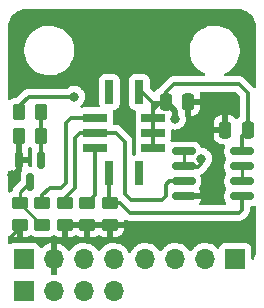
<source format=gbr>
%TF.GenerationSoftware,KiCad,Pcbnew,(6.0.0)*%
%TF.CreationDate,2022-05-15T17:50:44-05:00*%
%TF.ProjectId,MiCS_Sensor,4d694353-5f53-4656-9e73-6f722e6b6963,rev?*%
%TF.SameCoordinates,Original*%
%TF.FileFunction,Copper,L1,Top*%
%TF.FilePolarity,Positive*%
%FSLAX46Y46*%
G04 Gerber Fmt 4.6, Leading zero omitted, Abs format (unit mm)*
G04 Created by KiCad (PCBNEW (6.0.0)) date 2022-05-15 17:50:44*
%MOMM*%
%LPD*%
G01*
G04 APERTURE LIST*
G04 Aperture macros list*
%AMRoundRect*
0 Rectangle with rounded corners*
0 $1 Rounding radius*
0 $2 $3 $4 $5 $6 $7 $8 $9 X,Y pos of 4 corners*
0 Add a 4 corners polygon primitive as box body*
4,1,4,$2,$3,$4,$5,$6,$7,$8,$9,$2,$3,0*
0 Add four circle primitives for the rounded corners*
1,1,$1+$1,$2,$3*
1,1,$1+$1,$4,$5*
1,1,$1+$1,$6,$7*
1,1,$1+$1,$8,$9*
0 Add four rect primitives between the rounded corners*
20,1,$1+$1,$2,$3,$4,$5,0*
20,1,$1+$1,$4,$5,$6,$7,0*
20,1,$1+$1,$6,$7,$8,$9,0*
20,1,$1+$1,$8,$9,$2,$3,0*%
G04 Aperture macros list end*
%TA.AperFunction,SMDPad,CuDef*%
%ADD10RoundRect,0.150000X-0.150000X0.587500X-0.150000X-0.587500X0.150000X-0.587500X0.150000X0.587500X0*%
%TD*%
%TA.AperFunction,SMDPad,CuDef*%
%ADD11RoundRect,0.250000X-0.450000X0.262500X-0.450000X-0.262500X0.450000X-0.262500X0.450000X0.262500X0*%
%TD*%
%TA.AperFunction,SMDPad,CuDef*%
%ADD12RoundRect,0.250000X0.250000X0.475000X-0.250000X0.475000X-0.250000X-0.475000X0.250000X-0.475000X0*%
%TD*%
%TA.AperFunction,SMDPad,CuDef*%
%ADD13RoundRect,0.250000X-0.262500X-0.450000X0.262500X-0.450000X0.262500X0.450000X-0.262500X0.450000X0*%
%TD*%
%TA.AperFunction,SMDPad,CuDef*%
%ADD14RoundRect,0.250000X-0.250000X-0.475000X0.250000X-0.475000X0.250000X0.475000X-0.250000X0.475000X0*%
%TD*%
%TA.AperFunction,SMDPad,CuDef*%
%ADD15R,2.000000X0.700000*%
%TD*%
%TA.AperFunction,SMDPad,CuDef*%
%ADD16R,0.700000X2.000000*%
%TD*%
%TA.AperFunction,SMDPad,CuDef*%
%ADD17RoundRect,0.150000X-0.825000X-0.150000X0.825000X-0.150000X0.825000X0.150000X-0.825000X0.150000X0*%
%TD*%
%TA.AperFunction,ComponentPad*%
%ADD18R,1.700000X1.700000*%
%TD*%
%TA.AperFunction,ComponentPad*%
%ADD19O,1.700000X1.700000*%
%TD*%
%TA.AperFunction,ViaPad*%
%ADD20C,0.800000*%
%TD*%
%TA.AperFunction,Conductor*%
%ADD21C,0.300000*%
%TD*%
%TA.AperFunction,Conductor*%
%ADD22C,0.250000*%
%TD*%
%TA.AperFunction,Conductor*%
%ADD23C,0.500000*%
%TD*%
G04 APERTURE END LIST*
D10*
%TO.P,Q1,1,G*%
%TO.N,Net-(Q1-Pad1)*%
X150321900Y-81254300D03*
%TO.P,Q1,2,S*%
%TO.N,GND*%
X148421900Y-81254300D03*
%TO.P,Q1,3,D*%
%TO.N,Net-(Q1-Pad3)*%
X149371900Y-83129300D03*
%TD*%
D11*
%TO.P,R4,1*%
%TO.N,/NO2*%
X152320000Y-84937500D03*
%TO.P,R4,2*%
%TO.N,GND*%
X152320000Y-86762500D03*
%TD*%
D12*
%TO.P,C2,1*%
%TO.N,+3V3*%
X167810000Y-78710000D03*
%TO.P,C2,2*%
%TO.N,GND*%
X165910000Y-78710000D03*
%TD*%
D13*
%TO.P,R7,1*%
%TO.N,GND*%
X148457500Y-79220000D03*
%TO.P,R7,2*%
%TO.N,Net-(Q1-Pad1)*%
X150282500Y-79220000D03*
%TD*%
D14*
%TO.P,C1,1*%
%TO.N,+3V3*%
X160870000Y-76330000D03*
%TO.P,C1,2*%
%TO.N,GND*%
X162770000Y-76330000D03*
%TD*%
D11*
%TO.P,R5,1*%
%TO.N,Net-(R5-Pad1)*%
X154220000Y-84937500D03*
%TO.P,R5,2*%
%TO.N,GND*%
X154220000Y-86762500D03*
%TD*%
D15*
%TO.P,U1,A,RH1_OX*%
%TO.N,Net-(R1-Pad1)*%
X154910000Y-77680000D03*
%TO.P,U1,B,RS1_OX*%
%TO.N,/NO2*%
X154910000Y-78950000D03*
%TO.P,U1,C,RH1_RED*%
%TO.N,Net-(R5-Pad1)*%
X154910000Y-80220000D03*
D16*
%TO.P,U1,D,RS1_RED*%
%TO.N,/CO2*%
X156090000Y-82400000D03*
%TO.P,U1,E*%
%TO.N,N/C*%
X158630000Y-82400000D03*
D15*
%TO.P,U1,F,RH2_RED*%
%TO.N,+3V3*%
X159810000Y-80220000D03*
%TO.P,U1,G,RS2_RED*%
X159810000Y-78950000D03*
%TO.P,U1,H,RH2_OX*%
X159810000Y-77680000D03*
D16*
%TO.P,U1,J,RS2_OX*%
X158630000Y-75500000D03*
%TO.P,U1,K*%
%TO.N,N/C*%
X156090000Y-75500000D03*
%TD*%
D11*
%TO.P,R1,1*%
%TO.N,Net-(R1-Pad1)*%
X150420000Y-84937500D03*
%TO.P,R1,2*%
%TO.N,Net-(Q1-Pad3)*%
X150420000Y-86762500D03*
%TD*%
D17*
%TO.P,U2,1*%
%TO.N,/AIN*%
X162365000Y-80535000D03*
%TO.P,U2,2,-*%
X162365000Y-81805000D03*
%TO.P,U2,3,+*%
%TO.N,/NO2*%
X162365000Y-83075000D03*
%TO.P,U2,4,V-*%
%TO.N,GND*%
X162365000Y-84345000D03*
%TO.P,U2,5,+*%
%TO.N,/CO2*%
X167315000Y-84345000D03*
%TO.P,U2,6,-*%
%TO.N,/ADC_RED*%
X167315000Y-83075000D03*
%TO.P,U2,7*%
X167315000Y-81805000D03*
%TO.P,U2,8,V+*%
%TO.N,+3V3*%
X167315000Y-80535000D03*
%TD*%
D13*
%TO.P,R2,1*%
%TO.N,/IO1*%
X148435900Y-77238800D03*
%TO.P,R2,2*%
%TO.N,Net-(Q1-Pad1)*%
X150260900Y-77238800D03*
%TD*%
D11*
%TO.P,R6,1*%
%TO.N,/CO2*%
X156120000Y-84937500D03*
%TO.P,R6,2*%
%TO.N,GND*%
X156120000Y-86762500D03*
%TD*%
%TO.P,R3,1*%
%TO.N,Net-(Q1-Pad3)*%
X148510000Y-84937500D03*
%TO.P,R3,2*%
%TO.N,GND*%
X148510000Y-86762500D03*
%TD*%
D18*
%TO.P,J3,1,Pin_1*%
%TO.N,/BOOT*%
X148844000Y-89662000D03*
D19*
%TO.P,J3,2,Pin_2*%
%TO.N,GND*%
X151384000Y-89662000D03*
%TO.P,J3,3,Pin_3*%
%TO.N,/TX*%
X153924000Y-89662000D03*
%TO.P,J3,4,Pin_4*%
%TO.N,/RX*%
X156464000Y-89662000D03*
%TD*%
D18*
%TO.P,J2,1,Pin_1*%
%TO.N,+3V3*%
X148844000Y-92330000D03*
D19*
%TO.P,J2,2,Pin_2*%
%TO.N,GND*%
X151384000Y-92330000D03*
%TO.P,J2,3,Pin_3*%
%TO.N,/SCL*%
X153924000Y-92330000D03*
%TO.P,J2,4,Pin_4*%
%TO.N,/SDA*%
X156464000Y-92330000D03*
%TD*%
D18*
%TO.P,J1,1,Pin_1*%
%TO.N,+BATT*%
X166751000Y-89662000D03*
D19*
%TO.P,J1,2,Pin_2*%
%TO.N,/IO2*%
X164211000Y-89662000D03*
%TO.P,J1,3,Pin_3*%
%TO.N,/IO1*%
X161671000Y-89662000D03*
%TO.P,J1,4,Pin_4*%
%TO.N,/AIN*%
X159131000Y-89662000D03*
%TD*%
D20*
%TO.N,GND*%
X159000000Y-72000000D03*
X164950000Y-87050000D03*
X158000000Y-72000000D03*
X167100000Y-87050000D03*
X157950000Y-87100000D03*
X164950000Y-84420000D03*
X156000000Y-72000000D03*
X147820000Y-82570000D03*
X157000000Y-72000000D03*
%TO.N,+3V3*%
X161650000Y-77780000D03*
%TO.N,/AIN*%
X163850000Y-81150000D03*
%TO.N,/IO1*%
X153100000Y-75900000D03*
%TD*%
D21*
%TO.N,Net-(Q1-Pad1)*%
X150260900Y-81193300D02*
X150321900Y-81254300D01*
X150260900Y-77238800D02*
X150260900Y-81193300D01*
%TO.N,GND*%
X148457500Y-79220000D02*
X148457500Y-81218700D01*
X148457500Y-81218700D02*
X148421900Y-81254300D01*
X157992500Y-86762500D02*
X158050000Y-86820000D01*
X164875000Y-84345000D02*
X164950000Y-84420000D01*
X148421900Y-81254300D02*
X148421900Y-81968100D01*
X162365000Y-84345000D02*
X164875000Y-84345000D01*
X148510000Y-86762500D02*
X148510000Y-87070000D01*
X148421900Y-81968100D02*
X147820000Y-82570000D01*
X148510000Y-87070000D02*
X147700000Y-87880000D01*
X152320000Y-86762500D02*
X157992500Y-86762500D01*
X152320000Y-86762500D02*
X156120000Y-86762500D01*
D22*
%TO.N,Net-(Q1-Pad3)*%
X148510000Y-84937500D02*
X148510000Y-83991200D01*
X150420000Y-86762500D02*
X150335000Y-86762500D01*
X148510000Y-83991200D02*
X149371900Y-83129300D01*
X150335000Y-86762500D02*
X148510000Y-84937500D01*
D21*
%TO.N,Net-(R1-Pad1)*%
X150420000Y-84230000D02*
X151040000Y-83610000D01*
X151950000Y-83610000D02*
X152380000Y-83180000D01*
X152380000Y-78150000D02*
X152850000Y-77680000D01*
X151040000Y-83610000D02*
X151950000Y-83610000D01*
X150420000Y-84937500D02*
X150420000Y-84230000D01*
X152850000Y-77680000D02*
X154910000Y-77680000D01*
X152380000Y-83180000D02*
X152380000Y-78150000D01*
%TO.N,/NO2*%
X161165000Y-83075000D02*
X162365000Y-83075000D01*
X156610000Y-78950000D02*
X157380000Y-79720000D01*
X157900000Y-84650000D02*
X160550000Y-84650000D01*
X157380000Y-84130000D02*
X157900000Y-84650000D01*
X153140000Y-83660000D02*
X153140000Y-79370000D01*
X160870000Y-84330000D02*
X160870000Y-83370000D01*
X160550000Y-84650000D02*
X160870000Y-84330000D01*
X154910000Y-78950000D02*
X156610000Y-78950000D01*
X153560000Y-78950000D02*
X154910000Y-78950000D01*
X153140000Y-79370000D02*
X153560000Y-78950000D01*
X160870000Y-83370000D02*
X161165000Y-83075000D01*
X152320000Y-84480000D02*
X153140000Y-83660000D01*
X152320000Y-84937500D02*
X152320000Y-84480000D01*
X157380000Y-79720000D02*
X157380000Y-84130000D01*
%TO.N,Net-(R5-Pad1)*%
X154220000Y-84937500D02*
X154910000Y-84247500D01*
X154910000Y-84247500D02*
X154910000Y-80220000D01*
%TO.N,/CO2*%
X156120000Y-84937500D02*
X157027500Y-84937500D01*
X157850000Y-85760000D02*
X167060000Y-85760000D01*
X167315000Y-85505000D02*
X167315000Y-84345000D01*
X156090000Y-82400000D02*
X156090000Y-84907500D01*
X167060000Y-85760000D02*
X167315000Y-85505000D01*
X157027500Y-84937500D02*
X157850000Y-85760000D01*
X156090000Y-84907500D02*
X156120000Y-84937500D01*
%TO.N,+3V3*%
X159810000Y-76470000D02*
X159810000Y-76420000D01*
X160190000Y-76590000D02*
X160190000Y-76470000D01*
X167315000Y-80075000D02*
X167315000Y-80535000D01*
X167020000Y-74830000D02*
X161570000Y-74830000D01*
D23*
X161650000Y-77780000D02*
X161650000Y-77110000D01*
D21*
X159810000Y-76420000D02*
X158890000Y-75500000D01*
X167810000Y-78710000D02*
X167810000Y-75620000D01*
X158890000Y-75500000D02*
X158630000Y-75500000D01*
X167810000Y-75620000D02*
X167020000Y-74830000D01*
X160730000Y-76470000D02*
X160870000Y-76330000D01*
X167315000Y-80075000D02*
X167315000Y-79205000D01*
X160870000Y-75530000D02*
X161570000Y-74830000D01*
X160870000Y-76330000D02*
X160870000Y-75530000D01*
X159810000Y-76970000D02*
X159810000Y-76470000D01*
X167315000Y-79205000D02*
X167810000Y-78710000D01*
X159810000Y-80220000D02*
X159810000Y-77680000D01*
X160190000Y-76470000D02*
X160730000Y-76470000D01*
X159810000Y-77680000D02*
X159810000Y-76970000D01*
X159810000Y-76470000D02*
X160190000Y-76470000D01*
D23*
X161650000Y-77110000D02*
X160870000Y-76330000D01*
D21*
X159810000Y-76970000D02*
X160190000Y-76590000D01*
D22*
%TO.N,/ADC_RED*%
X167315000Y-81805000D02*
X167315000Y-83075000D01*
%TO.N,/AIN*%
X162365000Y-80535000D02*
X162365000Y-81805000D01*
D21*
X162460000Y-81900000D02*
X162365000Y-81805000D01*
X163850000Y-81150000D02*
X163850000Y-81600000D01*
X163550000Y-81900000D02*
X162460000Y-81900000D01*
X163850000Y-81600000D02*
X163550000Y-81900000D01*
%TO.N,/IO1*%
X149250000Y-75900000D02*
X153100000Y-75900000D01*
X148435900Y-77238800D02*
X148435900Y-76714100D01*
X148435900Y-76714100D02*
X149250000Y-75900000D01*
X148400000Y-77202900D02*
X148435900Y-77238800D01*
%TD*%
%TA.AperFunction,Conductor*%
%TO.N,GND*%
G36*
X168401844Y-85125485D02*
G01*
X168461460Y-85164039D01*
X168490768Y-85228704D01*
X168492000Y-85246279D01*
X168492000Y-88950672D01*
X168490500Y-88970057D01*
X168488267Y-88984401D01*
X168486814Y-88993730D01*
X168487978Y-89002632D01*
X168487978Y-89002634D01*
X168488805Y-89008959D01*
X168489548Y-89034287D01*
X168477457Y-89203343D01*
X168474899Y-89221137D01*
X168433480Y-89411538D01*
X168428414Y-89428788D01*
X168360318Y-89611358D01*
X168352853Y-89627707D01*
X168352314Y-89628695D01*
X168346089Y-89640095D01*
X168295887Y-89690298D01*
X168226513Y-89705390D01*
X168159993Y-89680580D01*
X168117445Y-89623745D01*
X168109500Y-89579711D01*
X168109500Y-88763866D01*
X168102745Y-88701684D01*
X168051615Y-88565295D01*
X167964261Y-88448739D01*
X167847705Y-88361385D01*
X167711316Y-88310255D01*
X167649134Y-88303500D01*
X165852866Y-88303500D01*
X165790684Y-88310255D01*
X165654295Y-88361385D01*
X165537739Y-88448739D01*
X165450385Y-88565295D01*
X165447233Y-88573703D01*
X165405919Y-88683907D01*
X165363277Y-88740671D01*
X165296716Y-88765371D01*
X165227367Y-88750163D01*
X165194743Y-88724476D01*
X165144151Y-88668875D01*
X165144142Y-88668866D01*
X165140670Y-88665051D01*
X165136619Y-88661852D01*
X165136615Y-88661848D01*
X164969414Y-88529800D01*
X164969410Y-88529798D01*
X164965359Y-88526598D01*
X164929028Y-88506542D01*
X164913136Y-88497769D01*
X164769789Y-88418638D01*
X164764920Y-88416914D01*
X164764916Y-88416912D01*
X164564087Y-88345795D01*
X164564083Y-88345794D01*
X164559212Y-88344069D01*
X164554119Y-88343162D01*
X164554116Y-88343161D01*
X164344373Y-88305800D01*
X164344367Y-88305799D01*
X164339284Y-88304894D01*
X164265452Y-88303992D01*
X164121081Y-88302228D01*
X164121079Y-88302228D01*
X164115911Y-88302165D01*
X163895091Y-88335955D01*
X163682756Y-88405357D01*
X163484607Y-88508507D01*
X163480474Y-88511610D01*
X163480471Y-88511612D01*
X163310100Y-88639530D01*
X163305965Y-88642635D01*
X163280541Y-88669240D01*
X163212280Y-88740671D01*
X163151629Y-88804138D01*
X163044201Y-88961621D01*
X162989293Y-89006621D01*
X162918768Y-89014792D01*
X162855021Y-88983538D01*
X162834324Y-88959054D01*
X162753822Y-88834617D01*
X162753820Y-88834614D01*
X162751014Y-88830277D01*
X162600670Y-88665051D01*
X162596619Y-88661852D01*
X162596615Y-88661848D01*
X162429414Y-88529800D01*
X162429410Y-88529798D01*
X162425359Y-88526598D01*
X162389028Y-88506542D01*
X162373136Y-88497769D01*
X162229789Y-88418638D01*
X162224920Y-88416914D01*
X162224916Y-88416912D01*
X162024087Y-88345795D01*
X162024083Y-88345794D01*
X162019212Y-88344069D01*
X162014119Y-88343162D01*
X162014116Y-88343161D01*
X161804373Y-88305800D01*
X161804367Y-88305799D01*
X161799284Y-88304894D01*
X161725452Y-88303992D01*
X161581081Y-88302228D01*
X161581079Y-88302228D01*
X161575911Y-88302165D01*
X161355091Y-88335955D01*
X161142756Y-88405357D01*
X160944607Y-88508507D01*
X160940474Y-88511610D01*
X160940471Y-88511612D01*
X160770100Y-88639530D01*
X160765965Y-88642635D01*
X160740541Y-88669240D01*
X160672280Y-88740671D01*
X160611629Y-88804138D01*
X160504201Y-88961621D01*
X160449293Y-89006621D01*
X160378768Y-89014792D01*
X160315021Y-88983538D01*
X160294324Y-88959054D01*
X160213822Y-88834617D01*
X160213820Y-88834614D01*
X160211014Y-88830277D01*
X160060670Y-88665051D01*
X160056619Y-88661852D01*
X160056615Y-88661848D01*
X159889414Y-88529800D01*
X159889410Y-88529798D01*
X159885359Y-88526598D01*
X159849028Y-88506542D01*
X159833136Y-88497769D01*
X159689789Y-88418638D01*
X159684920Y-88416914D01*
X159684916Y-88416912D01*
X159484087Y-88345795D01*
X159484083Y-88345794D01*
X159479212Y-88344069D01*
X159474119Y-88343162D01*
X159474116Y-88343161D01*
X159264373Y-88305800D01*
X159264367Y-88305799D01*
X159259284Y-88304894D01*
X159185452Y-88303992D01*
X159041081Y-88302228D01*
X159041079Y-88302228D01*
X159035911Y-88302165D01*
X158815091Y-88335955D01*
X158602756Y-88405357D01*
X158404607Y-88508507D01*
X158400474Y-88511610D01*
X158400471Y-88511612D01*
X158230100Y-88639530D01*
X158225965Y-88642635D01*
X158200541Y-88669240D01*
X158132280Y-88740671D01*
X158071629Y-88804138D01*
X157945743Y-88988680D01*
X157943565Y-88993373D01*
X157943560Y-88993381D01*
X157912463Y-89060374D01*
X157865639Y-89113741D01*
X157797396Y-89133321D01*
X157729400Y-89112897D01*
X157682628Y-89057567D01*
X157665354Y-89017840D01*
X157544014Y-88830277D01*
X157393670Y-88665051D01*
X157389619Y-88661852D01*
X157389615Y-88661848D01*
X157222414Y-88529800D01*
X157222410Y-88529798D01*
X157218359Y-88526598D01*
X157182028Y-88506542D01*
X157166136Y-88497769D01*
X157022789Y-88418638D01*
X157017920Y-88416914D01*
X157017916Y-88416912D01*
X156817087Y-88345795D01*
X156817083Y-88345794D01*
X156812212Y-88344069D01*
X156807119Y-88343162D01*
X156807116Y-88343161D01*
X156597373Y-88305800D01*
X156597367Y-88305799D01*
X156592284Y-88304894D01*
X156518452Y-88303992D01*
X156374081Y-88302228D01*
X156374079Y-88302228D01*
X156368911Y-88302165D01*
X156148091Y-88335955D01*
X155935756Y-88405357D01*
X155737607Y-88508507D01*
X155733474Y-88511610D01*
X155733471Y-88511612D01*
X155563100Y-88639530D01*
X155558965Y-88642635D01*
X155533541Y-88669240D01*
X155465280Y-88740671D01*
X155404629Y-88804138D01*
X155297201Y-88961621D01*
X155242293Y-89006621D01*
X155171768Y-89014792D01*
X155108021Y-88983538D01*
X155087324Y-88959054D01*
X155006822Y-88834617D01*
X155006820Y-88834614D01*
X155004014Y-88830277D01*
X154853670Y-88665051D01*
X154849619Y-88661852D01*
X154849615Y-88661848D01*
X154682414Y-88529800D01*
X154682410Y-88529798D01*
X154678359Y-88526598D01*
X154642028Y-88506542D01*
X154626136Y-88497769D01*
X154482789Y-88418638D01*
X154477920Y-88416914D01*
X154477916Y-88416912D01*
X154277087Y-88345795D01*
X154277083Y-88345794D01*
X154272212Y-88344069D01*
X154267119Y-88343162D01*
X154267116Y-88343161D01*
X154057373Y-88305800D01*
X154057367Y-88305799D01*
X154052284Y-88304894D01*
X153978452Y-88303992D01*
X153834081Y-88302228D01*
X153834079Y-88302228D01*
X153828911Y-88302165D01*
X153608091Y-88335955D01*
X153395756Y-88405357D01*
X153197607Y-88508507D01*
X153193474Y-88511610D01*
X153193471Y-88511612D01*
X153023100Y-88639530D01*
X153018965Y-88642635D01*
X152993541Y-88669240D01*
X152925280Y-88740671D01*
X152864629Y-88804138D01*
X152757204Y-88961618D01*
X152756898Y-88962066D01*
X152701987Y-89007069D01*
X152631462Y-89015240D01*
X152567715Y-88983986D01*
X152547018Y-88959502D01*
X152466426Y-88834926D01*
X152460136Y-88826757D01*
X152316806Y-88669240D01*
X152309273Y-88662215D01*
X152142139Y-88530222D01*
X152133552Y-88524517D01*
X151947117Y-88421599D01*
X151937705Y-88417369D01*
X151736959Y-88346280D01*
X151726988Y-88343646D01*
X151655837Y-88330972D01*
X151642540Y-88332432D01*
X151638000Y-88346989D01*
X151638000Y-91000000D01*
X151130000Y-91000000D01*
X151130000Y-88345102D01*
X151126082Y-88331758D01*
X151111806Y-88329771D01*
X151073324Y-88335660D01*
X151063288Y-88338051D01*
X150860868Y-88404212D01*
X150851359Y-88408209D01*
X150662463Y-88506542D01*
X150653738Y-88512036D01*
X150483433Y-88639905D01*
X150475726Y-88646748D01*
X150398478Y-88727584D01*
X150336954Y-88763014D01*
X150266042Y-88759557D01*
X150208255Y-88718311D01*
X150189402Y-88684763D01*
X150147767Y-88573703D01*
X150144615Y-88565295D01*
X150057261Y-88448739D01*
X149940705Y-88361385D01*
X149804316Y-88310255D01*
X149742134Y-88303500D01*
X147945866Y-88303500D01*
X147883684Y-88310255D01*
X147747295Y-88361385D01*
X147740110Y-88366770D01*
X147740108Y-88366771D01*
X147709565Y-88389662D01*
X147643058Y-88414510D01*
X147573676Y-88399457D01*
X147523446Y-88349283D01*
X147508000Y-88288836D01*
X147508000Y-87800890D01*
X147528002Y-87732769D01*
X147581658Y-87686276D01*
X147651932Y-87676172D01*
X147700115Y-87693630D01*
X147731238Y-87712814D01*
X147744424Y-87718963D01*
X147898710Y-87770138D01*
X147912086Y-87773005D01*
X148006438Y-87782672D01*
X148012854Y-87783000D01*
X148237885Y-87783000D01*
X148253124Y-87778525D01*
X148254329Y-87777135D01*
X148256000Y-87769452D01*
X148256000Y-86634500D01*
X148276002Y-86566379D01*
X148329658Y-86519886D01*
X148382000Y-86508500D01*
X148638000Y-86508500D01*
X148706121Y-86528502D01*
X148752614Y-86582158D01*
X148764000Y-86634500D01*
X148764000Y-87764884D01*
X148768475Y-87780123D01*
X148769865Y-87781328D01*
X148777548Y-87782999D01*
X149007095Y-87782999D01*
X149013614Y-87782662D01*
X149109206Y-87772743D01*
X149122600Y-87769851D01*
X149276784Y-87718412D01*
X149289962Y-87712239D01*
X149398141Y-87645295D01*
X149466593Y-87626457D01*
X149530560Y-87645179D01*
X149641032Y-87713275D01*
X149647262Y-87717115D01*
X149694458Y-87732769D01*
X149808611Y-87770632D01*
X149808613Y-87770632D01*
X149815139Y-87772797D01*
X149821975Y-87773497D01*
X149821978Y-87773498D01*
X149865031Y-87777909D01*
X149919600Y-87783500D01*
X150920400Y-87783500D01*
X150923646Y-87783163D01*
X150923650Y-87783163D01*
X151019308Y-87773238D01*
X151019312Y-87773237D01*
X151026166Y-87772526D01*
X151032702Y-87770345D01*
X151032704Y-87770345D01*
X151164806Y-87726272D01*
X151193946Y-87716550D01*
X151304105Y-87648381D01*
X151372554Y-87629544D01*
X151436522Y-87648266D01*
X151541243Y-87712816D01*
X151554424Y-87718963D01*
X151708710Y-87770138D01*
X151722086Y-87773005D01*
X151816438Y-87782672D01*
X151822854Y-87783000D01*
X152047885Y-87783000D01*
X152063124Y-87778525D01*
X152064329Y-87777135D01*
X152066000Y-87769452D01*
X152066000Y-87764884D01*
X152574000Y-87764884D01*
X152578475Y-87780123D01*
X152579865Y-87781328D01*
X152587548Y-87782999D01*
X152817095Y-87782999D01*
X152823614Y-87782662D01*
X152919206Y-87772743D01*
X152932600Y-87769851D01*
X153086784Y-87718412D01*
X153099963Y-87712238D01*
X153203627Y-87648089D01*
X153272079Y-87629251D01*
X153336045Y-87647973D01*
X153441238Y-87712814D01*
X153454424Y-87718963D01*
X153608710Y-87770138D01*
X153622086Y-87773005D01*
X153716438Y-87782672D01*
X153722854Y-87783000D01*
X153947885Y-87783000D01*
X153963124Y-87778525D01*
X153964329Y-87777135D01*
X153966000Y-87769452D01*
X153966000Y-87764884D01*
X154474000Y-87764884D01*
X154478475Y-87780123D01*
X154479865Y-87781328D01*
X154487548Y-87782999D01*
X154717095Y-87782999D01*
X154723614Y-87782662D01*
X154819206Y-87772743D01*
X154832600Y-87769851D01*
X154986784Y-87718412D01*
X154999963Y-87712238D01*
X155103627Y-87648089D01*
X155172079Y-87629251D01*
X155236045Y-87647973D01*
X155341238Y-87712814D01*
X155354424Y-87718963D01*
X155508710Y-87770138D01*
X155522086Y-87773005D01*
X155616438Y-87782672D01*
X155622854Y-87783000D01*
X155847885Y-87783000D01*
X155863124Y-87778525D01*
X155864329Y-87777135D01*
X155866000Y-87769452D01*
X155866000Y-87764884D01*
X156374000Y-87764884D01*
X156378475Y-87780123D01*
X156379865Y-87781328D01*
X156387548Y-87782999D01*
X156617095Y-87782999D01*
X156623614Y-87782662D01*
X156719206Y-87772743D01*
X156732600Y-87769851D01*
X156886784Y-87718412D01*
X156899962Y-87712239D01*
X157037807Y-87626937D01*
X157049208Y-87617901D01*
X157163739Y-87503171D01*
X157172751Y-87491760D01*
X157257816Y-87353757D01*
X157263963Y-87340576D01*
X157315138Y-87186290D01*
X157318005Y-87172914D01*
X157327672Y-87078562D01*
X157328000Y-87072146D01*
X157328000Y-87034615D01*
X157323525Y-87019376D01*
X157322135Y-87018171D01*
X157314452Y-87016500D01*
X156392115Y-87016500D01*
X156376876Y-87020975D01*
X156375671Y-87022365D01*
X156374000Y-87030048D01*
X156374000Y-87764884D01*
X155866000Y-87764884D01*
X155866000Y-87034615D01*
X155861525Y-87019376D01*
X155860135Y-87018171D01*
X155852452Y-87016500D01*
X154492115Y-87016500D01*
X154476876Y-87020975D01*
X154475671Y-87022365D01*
X154474000Y-87030048D01*
X154474000Y-87764884D01*
X153966000Y-87764884D01*
X153966000Y-87034615D01*
X153961525Y-87019376D01*
X153960135Y-87018171D01*
X153952452Y-87016500D01*
X152592115Y-87016500D01*
X152576876Y-87020975D01*
X152575671Y-87022365D01*
X152574000Y-87030048D01*
X152574000Y-87764884D01*
X152066000Y-87764884D01*
X152066000Y-86634500D01*
X152086002Y-86566379D01*
X152139658Y-86519886D01*
X152192000Y-86508500D01*
X157309884Y-86508500D01*
X157325123Y-86504025D01*
X157326328Y-86502635D01*
X157327999Y-86494952D01*
X157327999Y-86452892D01*
X157327768Y-86448423D01*
X157344227Y-86379361D01*
X157395411Y-86330160D01*
X157465070Y-86316442D01*
X157512000Y-86331612D01*
X157512133Y-86331305D01*
X157515332Y-86332689D01*
X157515334Y-86332690D01*
X157519407Y-86334452D01*
X157519412Y-86334455D01*
X157554535Y-86349654D01*
X157565195Y-86354876D01*
X157595168Y-86371354D01*
X157605663Y-86377124D01*
X157626441Y-86382459D01*
X157645131Y-86388858D01*
X157664824Y-86397380D01*
X157699563Y-86402882D01*
X157710448Y-86404606D01*
X157722071Y-86407013D01*
X157746754Y-86413350D01*
X157766812Y-86418500D01*
X157788259Y-86418500D01*
X157807969Y-86420051D01*
X157829152Y-86423406D01*
X157875141Y-86419059D01*
X157886996Y-86418500D01*
X166977944Y-86418500D01*
X166989800Y-86419059D01*
X166989803Y-86419059D01*
X166997537Y-86420788D01*
X167068369Y-86418562D01*
X167072327Y-86418500D01*
X167101432Y-86418500D01*
X167105832Y-86417944D01*
X167117664Y-86417012D01*
X167163831Y-86415562D01*
X167184421Y-86409580D01*
X167203782Y-86405570D01*
X167211416Y-86404606D01*
X167217204Y-86403875D01*
X167217205Y-86403875D01*
X167225064Y-86402882D01*
X167232429Y-86399966D01*
X167232433Y-86399965D01*
X167268021Y-86385874D01*
X167279231Y-86382035D01*
X167323600Y-86369145D01*
X167342065Y-86358225D01*
X167359805Y-86349534D01*
X167379756Y-86341635D01*
X167417129Y-86314482D01*
X167427048Y-86307967D01*
X167459977Y-86288493D01*
X167459981Y-86288490D01*
X167466807Y-86284453D01*
X167481971Y-86269289D01*
X167497005Y-86256448D01*
X167514357Y-86243841D01*
X167543808Y-86208241D01*
X167551798Y-86199462D01*
X167722601Y-86028659D01*
X167731379Y-86020671D01*
X167731389Y-86020662D01*
X167738080Y-86016416D01*
X167786620Y-85964726D01*
X167789374Y-85961885D01*
X167809926Y-85941333D01*
X167812638Y-85937837D01*
X167820349Y-85928808D01*
X167846544Y-85900913D01*
X167851972Y-85895133D01*
X167862301Y-85876345D01*
X167873158Y-85859816D01*
X167881447Y-85849131D01*
X167881448Y-85849129D01*
X167886304Y-85842869D01*
X167904657Y-85800456D01*
X167909868Y-85789819D01*
X167932124Y-85749337D01*
X167937457Y-85728566D01*
X167943859Y-85709864D01*
X167952379Y-85690177D01*
X167959605Y-85644552D01*
X167962013Y-85632926D01*
X167971529Y-85595865D01*
X167971529Y-85595864D01*
X167973500Y-85588188D01*
X167973500Y-85566742D01*
X167975051Y-85547031D01*
X167977166Y-85533678D01*
X167978406Y-85525849D01*
X167974059Y-85479864D01*
X167973500Y-85468006D01*
X167973500Y-85279500D01*
X167993502Y-85211379D01*
X168047158Y-85164886D01*
X168099500Y-85153500D01*
X168206502Y-85153500D01*
X168208950Y-85153307D01*
X168208958Y-85153307D01*
X168237421Y-85151067D01*
X168237426Y-85151066D01*
X168243831Y-85150562D01*
X168250007Y-85148768D01*
X168250011Y-85148767D01*
X168330848Y-85125282D01*
X168401844Y-85125485D01*
G37*
%TD.AperFunction*%
%TA.AperFunction,Conductor*%
G36*
X166763171Y-75508502D02*
G01*
X166784145Y-75525405D01*
X167114595Y-75855855D01*
X167148621Y-75918167D01*
X167151500Y-75944950D01*
X167151500Y-77525572D01*
X167131498Y-77593693D01*
X167097112Y-77627495D01*
X167097612Y-77628125D01*
X167091880Y-77632668D01*
X167085652Y-77636522D01*
X166960695Y-77761697D01*
X166957898Y-77766235D01*
X166900647Y-77806824D01*
X166829724Y-77810054D01*
X166768313Y-77774428D01*
X166760938Y-77765932D01*
X166752902Y-77755793D01*
X166638171Y-77641261D01*
X166626760Y-77632249D01*
X166488757Y-77547184D01*
X166475576Y-77541037D01*
X166321290Y-77489862D01*
X166307914Y-77486995D01*
X166213562Y-77477328D01*
X166207145Y-77477000D01*
X166182115Y-77477000D01*
X166166876Y-77481475D01*
X166165671Y-77482865D01*
X166164000Y-77490548D01*
X166164000Y-78838000D01*
X166143998Y-78906121D01*
X166090342Y-78952614D01*
X166038000Y-78964000D01*
X164920116Y-78964000D01*
X164904877Y-78968475D01*
X164903672Y-78969865D01*
X164902001Y-78977548D01*
X164902001Y-79232095D01*
X164902338Y-79238614D01*
X164912257Y-79334206D01*
X164915149Y-79347600D01*
X164966588Y-79501784D01*
X164972761Y-79514962D01*
X165058063Y-79652807D01*
X165067099Y-79664208D01*
X165181829Y-79778739D01*
X165193240Y-79787751D01*
X165331243Y-79872816D01*
X165344424Y-79878963D01*
X165498710Y-79930138D01*
X165512086Y-79933005D01*
X165606438Y-79942672D01*
X165612854Y-79943000D01*
X165767322Y-79943000D01*
X165835443Y-79963002D01*
X165881936Y-80016658D01*
X165892040Y-80086932D01*
X165883608Y-80116744D01*
X165880855Y-80121399D01*
X165834438Y-80281169D01*
X165833934Y-80287574D01*
X165833933Y-80287579D01*
X165832669Y-80303641D01*
X165831500Y-80318498D01*
X165831500Y-80751502D01*
X165831693Y-80753950D01*
X165831693Y-80753958D01*
X165833793Y-80780631D01*
X165834438Y-80788831D01*
X165880855Y-80948601D01*
X165965547Y-81091807D01*
X165968229Y-81094489D01*
X165993502Y-81158861D01*
X165979600Y-81228484D01*
X165969428Y-81244312D01*
X165965547Y-81248193D01*
X165880855Y-81391399D01*
X165834438Y-81551169D01*
X165831500Y-81588498D01*
X165831500Y-82021502D01*
X165831693Y-82023950D01*
X165831693Y-82023958D01*
X165832421Y-82033201D01*
X165834438Y-82058831D01*
X165849715Y-82111416D01*
X165875770Y-82201097D01*
X165880855Y-82218601D01*
X165965547Y-82361807D01*
X165968229Y-82364489D01*
X165993502Y-82428861D01*
X165979600Y-82498484D01*
X165969428Y-82514312D01*
X165965547Y-82518193D01*
X165880855Y-82661399D01*
X165834438Y-82821169D01*
X165833934Y-82827574D01*
X165833933Y-82827579D01*
X165831693Y-82856042D01*
X165831500Y-82858498D01*
X165831500Y-83291502D01*
X165831693Y-83293950D01*
X165831693Y-83293958D01*
X165832819Y-83308259D01*
X165834438Y-83328831D01*
X165880855Y-83488601D01*
X165965547Y-83631807D01*
X165968229Y-83634489D01*
X165993502Y-83698861D01*
X165979600Y-83768484D01*
X165969428Y-83784312D01*
X165965547Y-83788193D01*
X165880855Y-83931399D01*
X165878644Y-83939010D01*
X165878643Y-83939012D01*
X165875797Y-83948808D01*
X165834438Y-84091169D01*
X165831500Y-84128498D01*
X165831500Y-84561502D01*
X165834438Y-84598831D01*
X165836233Y-84605008D01*
X165878586Y-84750790D01*
X165880855Y-84758601D01*
X165965263Y-84901326D01*
X165965263Y-84901327D01*
X165965547Y-84901807D01*
X165965470Y-84901853D01*
X165990011Y-84964358D01*
X165976112Y-85033980D01*
X165926778Y-85085036D01*
X165864505Y-85101500D01*
X163814858Y-85101500D01*
X163746737Y-85081498D01*
X163700244Y-85027842D01*
X163690140Y-84957568D01*
X163715301Y-84898271D01*
X163718089Y-84894677D01*
X163794648Y-84765221D01*
X163800893Y-84750790D01*
X163839939Y-84616395D01*
X163839899Y-84602294D01*
X163832630Y-84599000D01*
X162237000Y-84599000D01*
X162168879Y-84578998D01*
X162122386Y-84525342D01*
X162111000Y-84473000D01*
X162111000Y-84217000D01*
X162131002Y-84148879D01*
X162184658Y-84102386D01*
X162237000Y-84091000D01*
X163826878Y-84091000D01*
X163840409Y-84087027D01*
X163841544Y-84079129D01*
X163800893Y-83939210D01*
X163794648Y-83924779D01*
X163718089Y-83795323D01*
X163712129Y-83787640D01*
X163686180Y-83721556D01*
X163700078Y-83651933D01*
X163710421Y-83635839D01*
X163714453Y-83631807D01*
X163799145Y-83488601D01*
X163845562Y-83328831D01*
X163847182Y-83308259D01*
X163848307Y-83293958D01*
X163848307Y-83293950D01*
X163848500Y-83291502D01*
X163848500Y-82858498D01*
X163848307Y-82856042D01*
X163846067Y-82827579D01*
X163846066Y-82827574D01*
X163845562Y-82821169D01*
X163799145Y-82661399D01*
X163795106Y-82654570D01*
X163793775Y-82651494D01*
X163785076Y-82581032D01*
X163815853Y-82517053D01*
X163855915Y-82489238D01*
X163855439Y-82488371D01*
X163862379Y-82484555D01*
X163869756Y-82481635D01*
X163907129Y-82454482D01*
X163917048Y-82447967D01*
X163949977Y-82428493D01*
X163949981Y-82428490D01*
X163956807Y-82424453D01*
X163971971Y-82409289D01*
X163987005Y-82396448D01*
X163997943Y-82388501D01*
X164004357Y-82383841D01*
X164033803Y-82348247D01*
X164041792Y-82339468D01*
X164257605Y-82123655D01*
X164266385Y-82115665D01*
X164266387Y-82115663D01*
X164273080Y-82111416D01*
X164278729Y-82105401D01*
X164321604Y-82059743D01*
X164324359Y-82056901D01*
X164344927Y-82036333D01*
X164347647Y-82032826D01*
X164355353Y-82023804D01*
X164359833Y-82019033D01*
X164386972Y-81990133D01*
X164390794Y-81983181D01*
X164397303Y-81971342D01*
X164408157Y-81954818D01*
X164416445Y-81944132D01*
X164421304Y-81937868D01*
X164424452Y-81930594D01*
X164439654Y-81895465D01*
X164444876Y-81884805D01*
X164463305Y-81851284D01*
X164463306Y-81851282D01*
X164467124Y-81844337D01*
X164469096Y-81836657D01*
X164472013Y-81829289D01*
X164474450Y-81830254D01*
X164495732Y-81790573D01*
X164584621Y-81691852D01*
X164584622Y-81691851D01*
X164589040Y-81686944D01*
X164684527Y-81521556D01*
X164743542Y-81339928D01*
X164749601Y-81282285D01*
X164762814Y-81156565D01*
X164763504Y-81150000D01*
X164758091Y-81098502D01*
X164744232Y-80966635D01*
X164744232Y-80966633D01*
X164743542Y-80960072D01*
X164684527Y-80778444D01*
X164589040Y-80613056D01*
X164575376Y-80597880D01*
X164465675Y-80476045D01*
X164465674Y-80476044D01*
X164461253Y-80471134D01*
X164360143Y-80397673D01*
X164312094Y-80362763D01*
X164312093Y-80362762D01*
X164306752Y-80358882D01*
X164300724Y-80356198D01*
X164300722Y-80356197D01*
X164138319Y-80283891D01*
X164138318Y-80283891D01*
X164132288Y-80281206D01*
X164037660Y-80261092D01*
X163951944Y-80242872D01*
X163951939Y-80242872D01*
X163945487Y-80241500D01*
X163928641Y-80241500D01*
X163860520Y-80221498D01*
X163814027Y-80167842D01*
X163807644Y-80150654D01*
X163799145Y-80121399D01*
X163737201Y-80016658D01*
X163718491Y-79985020D01*
X163718489Y-79985017D01*
X163714453Y-79978193D01*
X163596807Y-79860547D01*
X163589983Y-79856511D01*
X163589980Y-79856509D01*
X163460427Y-79779892D01*
X163460428Y-79779892D01*
X163453601Y-79775855D01*
X163445990Y-79773644D01*
X163445988Y-79773643D01*
X163372461Y-79752282D01*
X163293831Y-79729438D01*
X163287426Y-79728934D01*
X163287421Y-79728933D01*
X163258958Y-79726693D01*
X163258950Y-79726693D01*
X163256502Y-79726500D01*
X161473498Y-79726500D01*
X161471050Y-79726693D01*
X161471042Y-79726693D01*
X161442579Y-79728933D01*
X161442574Y-79728934D01*
X161436169Y-79729438D01*
X161429993Y-79731232D01*
X161429989Y-79731233D01*
X161425879Y-79732427D01*
X161354883Y-79732222D01*
X161295268Y-79693666D01*
X161272748Y-79655659D01*
X161262840Y-79629230D01*
X161257657Y-79558423D01*
X161262840Y-79540771D01*
X161308971Y-79417718D01*
X161308973Y-79417712D01*
X161311745Y-79410316D01*
X161318500Y-79348134D01*
X161318500Y-78793931D01*
X161338502Y-78725810D01*
X161392158Y-78679317D01*
X161462432Y-78669213D01*
X161470697Y-78670685D01*
X161548047Y-78687127D01*
X161548060Y-78687128D01*
X161554513Y-78688500D01*
X161745487Y-78688500D01*
X161751939Y-78687128D01*
X161751944Y-78687128D01*
X161838887Y-78668647D01*
X161932288Y-78648794D01*
X161981499Y-78626884D01*
X162100722Y-78573803D01*
X162100724Y-78573802D01*
X162106752Y-78571118D01*
X162261253Y-78458866D01*
X162267863Y-78451525D01*
X162280145Y-78437885D01*
X164902000Y-78437885D01*
X164906475Y-78453124D01*
X164907865Y-78454329D01*
X164915548Y-78456000D01*
X165637885Y-78456000D01*
X165653124Y-78451525D01*
X165654329Y-78450135D01*
X165656000Y-78442452D01*
X165656000Y-77495116D01*
X165651525Y-77479877D01*
X165650135Y-77478672D01*
X165642452Y-77477001D01*
X165612905Y-77477001D01*
X165606386Y-77477338D01*
X165510794Y-77487257D01*
X165497400Y-77490149D01*
X165343216Y-77541588D01*
X165330038Y-77547761D01*
X165192193Y-77633063D01*
X165180792Y-77642099D01*
X165066261Y-77756829D01*
X165057249Y-77768240D01*
X164972184Y-77906243D01*
X164966037Y-77919424D01*
X164914862Y-78073710D01*
X164911995Y-78087086D01*
X164902328Y-78181438D01*
X164902000Y-78187855D01*
X164902000Y-78437885D01*
X162280145Y-78437885D01*
X162384621Y-78321852D01*
X162384622Y-78321851D01*
X162389040Y-78316944D01*
X162470912Y-78175138D01*
X162481223Y-78157279D01*
X162481224Y-78157278D01*
X162484527Y-78151556D01*
X162543542Y-77969928D01*
X162546148Y-77945139D01*
X162562814Y-77786565D01*
X162563504Y-77780000D01*
X162548424Y-77636522D01*
X162544232Y-77596635D01*
X162544232Y-77596633D01*
X162543542Y-77590072D01*
X162528859Y-77544884D01*
X163024000Y-77544884D01*
X163028475Y-77560123D01*
X163029865Y-77561328D01*
X163037548Y-77562999D01*
X163067095Y-77562999D01*
X163073614Y-77562662D01*
X163169206Y-77552743D01*
X163182600Y-77549851D01*
X163336784Y-77498412D01*
X163349962Y-77492239D01*
X163487807Y-77406937D01*
X163499208Y-77397901D01*
X163613739Y-77283171D01*
X163622751Y-77271760D01*
X163707816Y-77133757D01*
X163713963Y-77120576D01*
X163765138Y-76966290D01*
X163768005Y-76952914D01*
X163777672Y-76858562D01*
X163778000Y-76852146D01*
X163778000Y-76602115D01*
X163773525Y-76586876D01*
X163772135Y-76585671D01*
X163764452Y-76584000D01*
X163042115Y-76584000D01*
X163026876Y-76588475D01*
X163025671Y-76589865D01*
X163024000Y-76597548D01*
X163024000Y-77544884D01*
X162528859Y-77544884D01*
X162522167Y-77524287D01*
X162516000Y-77485351D01*
X162516000Y-76202000D01*
X162536002Y-76133879D01*
X162589658Y-76087386D01*
X162642000Y-76076000D01*
X163759884Y-76076000D01*
X163775123Y-76071525D01*
X163776328Y-76070135D01*
X163777999Y-76062452D01*
X163777999Y-75807905D01*
X163777662Y-75801386D01*
X163767743Y-75705794D01*
X163764850Y-75692395D01*
X163752166Y-75654377D01*
X163749580Y-75583427D01*
X163785764Y-75522343D01*
X163849228Y-75490518D01*
X163871689Y-75488500D01*
X166695050Y-75488500D01*
X166763171Y-75508502D01*
G37*
%TD.AperFunction*%
%TA.AperFunction,Conductor*%
G36*
X148653621Y-78986002D02*
G01*
X148700114Y-79039658D01*
X148711500Y-79092000D01*
X148711500Y-80387713D01*
X148691498Y-80455834D01*
X148680725Y-80470225D01*
X148677571Y-80473864D01*
X148675900Y-80481548D01*
X148675900Y-80982185D01*
X148680375Y-80997424D01*
X148681765Y-80998629D01*
X148689448Y-81000300D01*
X149211784Y-81000300D01*
X149227023Y-80995825D01*
X149228228Y-80994435D01*
X149229899Y-80986752D01*
X149229899Y-80602808D01*
X149229705Y-80597880D01*
X149227470Y-80569464D01*
X149225170Y-80556869D01*
X149182792Y-80411007D01*
X149177022Y-80397673D01*
X149168325Y-80327212D01*
X149203487Y-80258615D01*
X149280431Y-80181538D01*
X149342713Y-80147459D01*
X149413534Y-80152462D01*
X149458620Y-80181382D01*
X149505008Y-80227689D01*
X149535989Y-80258615D01*
X149538470Y-80261092D01*
X149572550Y-80323375D01*
X149565211Y-80399047D01*
X149562755Y-80403199D01*
X149560543Y-80410812D01*
X149560542Y-80410815D01*
X149547463Y-80455834D01*
X149516338Y-80562969D01*
X149515834Y-80569374D01*
X149515833Y-80569379D01*
X149513593Y-80597842D01*
X149513400Y-80600298D01*
X149513400Y-81757300D01*
X149493398Y-81825421D01*
X149439742Y-81871914D01*
X149387400Y-81883300D01*
X149355900Y-81883300D01*
X149287779Y-81863298D01*
X149241286Y-81809642D01*
X149229900Y-81757300D01*
X149229900Y-81526415D01*
X149225425Y-81511176D01*
X149224035Y-81509971D01*
X149216352Y-81508300D01*
X148694015Y-81508300D01*
X148678776Y-81512775D01*
X148677571Y-81514165D01*
X148675900Y-81521848D01*
X148675900Y-82136958D01*
X148658353Y-82201097D01*
X148648001Y-82218601D01*
X148612755Y-82278199D01*
X148566338Y-82437969D01*
X148565834Y-82444374D01*
X148565833Y-82444379D01*
X148563593Y-82472842D01*
X148563400Y-82475298D01*
X148563400Y-82989705D01*
X148543398Y-83057826D01*
X148526495Y-83078801D01*
X148318483Y-83286812D01*
X148117742Y-83487553D01*
X148109463Y-83495087D01*
X148102982Y-83499200D01*
X148056357Y-83548851D01*
X148053602Y-83551693D01*
X148033865Y-83571430D01*
X148031385Y-83574627D01*
X148023682Y-83583647D01*
X147993414Y-83615879D01*
X147989595Y-83622825D01*
X147989593Y-83622828D01*
X147983652Y-83633634D01*
X147972801Y-83650153D01*
X147960386Y-83666159D01*
X147957241Y-83673428D01*
X147957238Y-83673432D01*
X147942826Y-83706737D01*
X147937609Y-83717387D01*
X147916305Y-83756140D01*
X147914334Y-83763815D01*
X147914334Y-83763816D01*
X147911267Y-83775762D01*
X147904863Y-83794466D01*
X147904623Y-83795022D01*
X147896819Y-83813055D01*
X147895580Y-83820878D01*
X147895577Y-83820888D01*
X147889901Y-83856724D01*
X147887495Y-83868343D01*
X147886427Y-83872503D01*
X147850114Y-83933510D01*
X147804264Y-83960693D01*
X147736054Y-83983450D01*
X147729831Y-83987301D01*
X147700302Y-84005574D01*
X147631850Y-84024411D01*
X147564080Y-84003249D01*
X147518510Y-83948808D01*
X147508000Y-83898429D01*
X147508000Y-82303321D01*
X147528002Y-82235200D01*
X147581658Y-82188707D01*
X147651932Y-82178603D01*
X147716512Y-82208097D01*
X147742454Y-82239183D01*
X147743809Y-82241475D01*
X147753451Y-82253904D01*
X147859796Y-82360249D01*
X147872222Y-82369889D01*
X148001679Y-82446448D01*
X148016110Y-82452693D01*
X148150505Y-82491739D01*
X148164606Y-82491699D01*
X148167900Y-82484430D01*
X148167900Y-80049087D01*
X148187902Y-79980966D01*
X148198675Y-79966575D01*
X148201829Y-79962936D01*
X148203500Y-79955252D01*
X148203500Y-79092000D01*
X148223502Y-79023879D01*
X148277158Y-78977386D01*
X148329500Y-78966000D01*
X148585500Y-78966000D01*
X148653621Y-78986002D01*
G37*
%TD.AperFunction*%
%TA.AperFunction,Conductor*%
G36*
X166970056Y-68509500D02*
G01*
X166972284Y-68509847D01*
X166984859Y-68511805D01*
X166984861Y-68511805D01*
X166993730Y-68513186D01*
X167002632Y-68512022D01*
X167002634Y-68512022D01*
X167008959Y-68511195D01*
X167034282Y-68510452D01*
X167198126Y-68522170D01*
X167203343Y-68522543D01*
X167221137Y-68525101D01*
X167411540Y-68566521D01*
X167428788Y-68571586D01*
X167611358Y-68639682D01*
X167627710Y-68647149D01*
X167693020Y-68682810D01*
X167798734Y-68740534D01*
X167813848Y-68750248D01*
X167923516Y-68832344D01*
X167969842Y-68867023D01*
X167983428Y-68878796D01*
X168121204Y-69016572D01*
X168132977Y-69030158D01*
X168249752Y-69186152D01*
X168259469Y-69201271D01*
X168352851Y-69372290D01*
X168360318Y-69388642D01*
X168428414Y-69571212D01*
X168433480Y-69588462D01*
X168474899Y-69778863D01*
X168477457Y-69796658D01*
X168489041Y-69958629D01*
X168488297Y-69976533D01*
X168488195Y-69984858D01*
X168486814Y-69993730D01*
X168487978Y-70002632D01*
X168487978Y-70002635D01*
X168490936Y-70025251D01*
X168492000Y-70041589D01*
X168492000Y-75061811D01*
X168471998Y-75129932D01*
X168418342Y-75176425D01*
X168348068Y-75186529D01*
X168285684Y-75158895D01*
X168258247Y-75136197D01*
X168249468Y-75128208D01*
X167543655Y-74422395D01*
X167535665Y-74413615D01*
X167535663Y-74413613D01*
X167531416Y-74406920D01*
X167513062Y-74389684D01*
X167479743Y-74358396D01*
X167476901Y-74355641D01*
X167456333Y-74335073D01*
X167452826Y-74332353D01*
X167443804Y-74324647D01*
X167410133Y-74293028D01*
X167403181Y-74289206D01*
X167391342Y-74282697D01*
X167374818Y-74271843D01*
X167364132Y-74263555D01*
X167357868Y-74258696D01*
X167350596Y-74255549D01*
X167350594Y-74255548D01*
X167315465Y-74240346D01*
X167304805Y-74235124D01*
X167271284Y-74216695D01*
X167271282Y-74216694D01*
X167264337Y-74212876D01*
X167243559Y-74207541D01*
X167224869Y-74201142D01*
X167205176Y-74192620D01*
X167159552Y-74185394D01*
X167147929Y-74182987D01*
X167113661Y-74174189D01*
X167103188Y-74171500D01*
X167081741Y-74171500D01*
X167062031Y-74169949D01*
X167048677Y-74167834D01*
X167040848Y-74166594D01*
X166994859Y-74170941D01*
X166983004Y-74171500D01*
X165908899Y-74171500D01*
X165840778Y-74151498D01*
X165794285Y-74097842D01*
X165784181Y-74027568D01*
X165813675Y-73962988D01*
X165851109Y-73933534D01*
X166091005Y-73809715D01*
X166091006Y-73809715D01*
X166094812Y-73807750D01*
X166098313Y-73805289D01*
X166098317Y-73805287D01*
X166212417Y-73725096D01*
X166330023Y-73642441D01*
X166540622Y-73446740D01*
X166722713Y-73224268D01*
X166872927Y-72979142D01*
X166988483Y-72715898D01*
X167067244Y-72439406D01*
X167107751Y-72154784D01*
X167107845Y-72136951D01*
X167109235Y-71871583D01*
X167109235Y-71871576D01*
X167109257Y-71867297D01*
X167071732Y-71582266D01*
X166995871Y-71304964D01*
X166883077Y-71040524D01*
X166735439Y-70793839D01*
X166555687Y-70569472D01*
X166347149Y-70371577D01*
X166113683Y-70203814D01*
X166091843Y-70192250D01*
X166068654Y-70179972D01*
X165859608Y-70069288D01*
X165606143Y-69976533D01*
X165593658Y-69971964D01*
X165593656Y-69971963D01*
X165589627Y-69970489D01*
X165308736Y-69909245D01*
X165277685Y-69906801D01*
X165085718Y-69891693D01*
X165085709Y-69891693D01*
X165083261Y-69891500D01*
X164927729Y-69891500D01*
X164925593Y-69891646D01*
X164925582Y-69891646D01*
X164717452Y-69905835D01*
X164717446Y-69905836D01*
X164713175Y-69906127D01*
X164708980Y-69906996D01*
X164708978Y-69906996D01*
X164572416Y-69935277D01*
X164431658Y-69964426D01*
X164160657Y-70060393D01*
X163905188Y-70192250D01*
X163901687Y-70194711D01*
X163901683Y-70194713D01*
X163891594Y-70201804D01*
X163669977Y-70357559D01*
X163459378Y-70553260D01*
X163277287Y-70775732D01*
X163127073Y-71020858D01*
X163011517Y-71284102D01*
X162932756Y-71560594D01*
X162892249Y-71845216D01*
X162892227Y-71849505D01*
X162892226Y-71849512D01*
X162890765Y-72128417D01*
X162890743Y-72132703D01*
X162928268Y-72417734D01*
X163004129Y-72695036D01*
X163116923Y-72959476D01*
X163264561Y-73206161D01*
X163444313Y-73430528D01*
X163652851Y-73628423D01*
X163886317Y-73796186D01*
X163890112Y-73798195D01*
X163890113Y-73798196D01*
X163911869Y-73809715D01*
X164140392Y-73930712D01*
X164141059Y-73930956D01*
X164194493Y-73976378D01*
X164215139Y-74044306D01*
X164195784Y-74112613D01*
X164142571Y-74159612D01*
X164089145Y-74171500D01*
X161652056Y-74171500D01*
X161640200Y-74170941D01*
X161640197Y-74170941D01*
X161632463Y-74169212D01*
X161577446Y-74170941D01*
X161561631Y-74171438D01*
X161557673Y-74171500D01*
X161528568Y-74171500D01*
X161524168Y-74172056D01*
X161512336Y-74172988D01*
X161466169Y-74174438D01*
X161445579Y-74180420D01*
X161426218Y-74184430D01*
X161419230Y-74185312D01*
X161412796Y-74186125D01*
X161412795Y-74186125D01*
X161404936Y-74187118D01*
X161397571Y-74190034D01*
X161397567Y-74190035D01*
X161361982Y-74204124D01*
X161350752Y-74207969D01*
X161306399Y-74220855D01*
X161299575Y-74224891D01*
X161287943Y-74231770D01*
X161270187Y-74240469D01*
X161250244Y-74248365D01*
X161236025Y-74258696D01*
X161212868Y-74275520D01*
X161202949Y-74282035D01*
X161170023Y-74301508D01*
X161170019Y-74301511D01*
X161163193Y-74305548D01*
X161148032Y-74320709D01*
X161133000Y-74333548D01*
X161115643Y-74346159D01*
X161105520Y-74358396D01*
X161086198Y-74381752D01*
X161078208Y-74390533D01*
X160462391Y-75006349D01*
X160453612Y-75014337D01*
X160446920Y-75018584D01*
X160441495Y-75024361D01*
X160398395Y-75070258D01*
X160395640Y-75073100D01*
X160375073Y-75093667D01*
X160372356Y-75097170D01*
X160364647Y-75106196D01*
X160337489Y-75135116D01*
X160300435Y-75161989D01*
X160296054Y-75163450D01*
X160289834Y-75167299D01*
X160289830Y-75167301D01*
X160170260Y-75241294D01*
X160145652Y-75256522D01*
X160020695Y-75381697D01*
X160016855Y-75387927D01*
X160016854Y-75387928D01*
X159983169Y-75442575D01*
X159930396Y-75490069D01*
X159860325Y-75501492D01*
X159795201Y-75473218D01*
X159786813Y-75465554D01*
X159697777Y-75376517D01*
X159525404Y-75204144D01*
X159491379Y-75141832D01*
X159488500Y-75115049D01*
X159488500Y-74451866D01*
X159481745Y-74389684D01*
X159430615Y-74253295D01*
X159343261Y-74136739D01*
X159226705Y-74049385D01*
X159090316Y-73998255D01*
X159028134Y-73991500D01*
X158231866Y-73991500D01*
X158169684Y-73998255D01*
X158033295Y-74049385D01*
X157916739Y-74136739D01*
X157829385Y-74253295D01*
X157778255Y-74389684D01*
X157771500Y-74451866D01*
X157771500Y-76548134D01*
X157778255Y-76610316D01*
X157829385Y-76746705D01*
X157916739Y-76863261D01*
X158033295Y-76950615D01*
X158169684Y-77001745D01*
X158177536Y-77002598D01*
X158177540Y-77002599D01*
X158208978Y-77006014D01*
X158219994Y-77007210D01*
X158285555Y-77034451D01*
X158325982Y-77092814D01*
X158328438Y-77163768D01*
X158324369Y-77176701D01*
X158308255Y-77219684D01*
X158301500Y-77281866D01*
X158301500Y-78078134D01*
X158308255Y-78140316D01*
X158311027Y-78147712D01*
X158311029Y-78147718D01*
X158357160Y-78270771D01*
X158362343Y-78341578D01*
X158357160Y-78359229D01*
X158311029Y-78482282D01*
X158311027Y-78482288D01*
X158308255Y-78489684D01*
X158301500Y-78551866D01*
X158301500Y-79348134D01*
X158308255Y-79410316D01*
X158311027Y-79417712D01*
X158311029Y-79417718D01*
X158357160Y-79540771D01*
X158362343Y-79611578D01*
X158357160Y-79629229D01*
X158311029Y-79752282D01*
X158311027Y-79752288D01*
X158308255Y-79759684D01*
X158301500Y-79821866D01*
X158301500Y-80618134D01*
X158308255Y-80680316D01*
X158311029Y-80687715D01*
X158324368Y-80723297D01*
X158329551Y-80794104D01*
X158295630Y-80856473D01*
X158233375Y-80890603D01*
X158219997Y-80892789D01*
X158178107Y-80897340D01*
X158108225Y-80884812D01*
X158056209Y-80836491D01*
X158038500Y-80772077D01*
X158038500Y-79802056D01*
X158039059Y-79790200D01*
X158039059Y-79790197D01*
X158040788Y-79782463D01*
X158038562Y-79711631D01*
X158038500Y-79707673D01*
X158038500Y-79678568D01*
X158037944Y-79674168D01*
X158037012Y-79662330D01*
X158036803Y-79655659D01*
X158035562Y-79616169D01*
X158029580Y-79595579D01*
X158025570Y-79576216D01*
X158023875Y-79562796D01*
X158023875Y-79562795D01*
X158022882Y-79554936D01*
X158019966Y-79547571D01*
X158019965Y-79547567D01*
X158005876Y-79511982D01*
X158002031Y-79500753D01*
X157991356Y-79464010D01*
X157989145Y-79456399D01*
X157978230Y-79437943D01*
X157969531Y-79420187D01*
X157968553Y-79417718D01*
X157961635Y-79400244D01*
X157934480Y-79362868D01*
X157927965Y-79352949D01*
X157908492Y-79320023D01*
X157908489Y-79320019D01*
X157904452Y-79313193D01*
X157889291Y-79298032D01*
X157876449Y-79282997D01*
X157863841Y-79265643D01*
X157828248Y-79236198D01*
X157819467Y-79228208D01*
X157133651Y-78542391D01*
X157125663Y-78533612D01*
X157121416Y-78526920D01*
X157069741Y-78478394D01*
X157066900Y-78475640D01*
X157046333Y-78455073D01*
X157042826Y-78452353D01*
X157033804Y-78444647D01*
X157026603Y-78437885D01*
X157000133Y-78413028D01*
X156993181Y-78409206D01*
X156981342Y-78402697D01*
X156964818Y-78391843D01*
X156954132Y-78383555D01*
X156947868Y-78378696D01*
X156940596Y-78375549D01*
X156940594Y-78375548D01*
X156905465Y-78360346D01*
X156894805Y-78355124D01*
X156861284Y-78336695D01*
X156861282Y-78336694D01*
X156854337Y-78332876D01*
X156833559Y-78327541D01*
X156814869Y-78321142D01*
X156795176Y-78312620D01*
X156749552Y-78305394D01*
X156737929Y-78302987D01*
X156709359Y-78295652D01*
X156693188Y-78291500D01*
X156671741Y-78291500D01*
X156652031Y-78289949D01*
X156638677Y-78287834D01*
X156630848Y-78286594D01*
X156584859Y-78290941D01*
X156573004Y-78291500D01*
X156534256Y-78291500D01*
X156466135Y-78271498D01*
X156419642Y-78217842D01*
X156409538Y-78147568D01*
X156410066Y-78144795D01*
X156411745Y-78140316D01*
X156418500Y-78078134D01*
X156418500Y-77281866D01*
X156411745Y-77219684D01*
X156395632Y-77176703D01*
X156390449Y-77105896D01*
X156424370Y-77043527D01*
X156486625Y-77009397D01*
X156500003Y-77007211D01*
X156511022Y-77006014D01*
X156542460Y-77002599D01*
X156542464Y-77002598D01*
X156550316Y-77001745D01*
X156686705Y-76950615D01*
X156803261Y-76863261D01*
X156890615Y-76746705D01*
X156941745Y-76610316D01*
X156948500Y-76548134D01*
X156948500Y-74451866D01*
X156941745Y-74389684D01*
X156890615Y-74253295D01*
X156803261Y-74136739D01*
X156686705Y-74049385D01*
X156550316Y-73998255D01*
X156488134Y-73991500D01*
X155691866Y-73991500D01*
X155629684Y-73998255D01*
X155493295Y-74049385D01*
X155376739Y-74136739D01*
X155289385Y-74253295D01*
X155238255Y-74389684D01*
X155231500Y-74451866D01*
X155231500Y-76548134D01*
X155238255Y-76610316D01*
X155241029Y-76617715D01*
X155253608Y-76651270D01*
X155258791Y-76722078D01*
X155224870Y-76784447D01*
X155162615Y-76818576D01*
X155135626Y-76821500D01*
X153861866Y-76821500D01*
X153799684Y-76828255D01*
X153777570Y-76836545D01*
X153706764Y-76841728D01*
X153644395Y-76807808D01*
X153610266Y-76745553D01*
X153615212Y-76674729D01*
X153659280Y-76616627D01*
X153679254Y-76602115D01*
X153711253Y-76578866D01*
X153839040Y-76436944D01*
X153934527Y-76271556D01*
X153993542Y-76089928D01*
X153998427Y-76043455D01*
X154012814Y-75906565D01*
X154013504Y-75900000D01*
X153993542Y-75710072D01*
X153934527Y-75528444D01*
X153923014Y-75508502D01*
X153849802Y-75381697D01*
X153839040Y-75363056D01*
X153808743Y-75329407D01*
X153715675Y-75226045D01*
X153715674Y-75226044D01*
X153711253Y-75221134D01*
X153556752Y-75108882D01*
X153550724Y-75106198D01*
X153550722Y-75106197D01*
X153388319Y-75033891D01*
X153388318Y-75033891D01*
X153382288Y-75031206D01*
X153265346Y-75006349D01*
X153201944Y-74992872D01*
X153201939Y-74992872D01*
X153195487Y-74991500D01*
X153004513Y-74991500D01*
X152998061Y-74992872D01*
X152998056Y-74992872D01*
X152934654Y-75006349D01*
X152817712Y-75031206D01*
X152811682Y-75033891D01*
X152811681Y-75033891D01*
X152649278Y-75106197D01*
X152649276Y-75106198D01*
X152643248Y-75108882D01*
X152637907Y-75112762D01*
X152637906Y-75112763D01*
X152562925Y-75167240D01*
X152494092Y-75217251D01*
X152493837Y-75217436D01*
X152426969Y-75241294D01*
X152419776Y-75241500D01*
X149332056Y-75241500D01*
X149320200Y-75240941D01*
X149320197Y-75240941D01*
X149312463Y-75239212D01*
X149257446Y-75240941D01*
X149241631Y-75241438D01*
X149237673Y-75241500D01*
X149208568Y-75241500D01*
X149204168Y-75242056D01*
X149192336Y-75242988D01*
X149146169Y-75244438D01*
X149125579Y-75250420D01*
X149106218Y-75254430D01*
X149099230Y-75255312D01*
X149092796Y-75256125D01*
X149092795Y-75256125D01*
X149084936Y-75257118D01*
X149077571Y-75260034D01*
X149077567Y-75260035D01*
X149041979Y-75274126D01*
X149030769Y-75277965D01*
X148986400Y-75290855D01*
X148967943Y-75301771D01*
X148950193Y-75310466D01*
X148930244Y-75318365D01*
X148923833Y-75323023D01*
X148923831Y-75323024D01*
X148892864Y-75345523D01*
X148882946Y-75352038D01*
X148843193Y-75375548D01*
X148828032Y-75390709D01*
X148813000Y-75403548D01*
X148795643Y-75416159D01*
X148773790Y-75442575D01*
X148766198Y-75451752D01*
X148758208Y-75460533D01*
X148225344Y-75993396D01*
X148163032Y-76027421D01*
X148136249Y-76030300D01*
X148123000Y-76030300D01*
X148119754Y-76030637D01*
X148119750Y-76030637D01*
X148024092Y-76040562D01*
X148024088Y-76040563D01*
X148017234Y-76041274D01*
X148010698Y-76043455D01*
X148010696Y-76043455D01*
X147953756Y-76062452D01*
X147849454Y-76097250D01*
X147704057Y-76187225D01*
X147700303Y-76189548D01*
X147631851Y-76208386D01*
X147564082Y-76187225D01*
X147518510Y-76132784D01*
X147508000Y-76082404D01*
X147508000Y-72132703D01*
X148890743Y-72132703D01*
X148928268Y-72417734D01*
X149004129Y-72695036D01*
X149116923Y-72959476D01*
X149264561Y-73206161D01*
X149444313Y-73430528D01*
X149652851Y-73628423D01*
X149886317Y-73796186D01*
X149890112Y-73798195D01*
X149890113Y-73798196D01*
X149911869Y-73809715D01*
X150140392Y-73930712D01*
X150164699Y-73939607D01*
X150405064Y-74027568D01*
X150410373Y-74029511D01*
X150691264Y-74090755D01*
X150719841Y-74093004D01*
X150914282Y-74108307D01*
X150914291Y-74108307D01*
X150916739Y-74108500D01*
X151072271Y-74108500D01*
X151074407Y-74108354D01*
X151074418Y-74108354D01*
X151282548Y-74094165D01*
X151282554Y-74094164D01*
X151286825Y-74093873D01*
X151291020Y-74093004D01*
X151291022Y-74093004D01*
X151427583Y-74064724D01*
X151568342Y-74035574D01*
X151839343Y-73939607D01*
X152094812Y-73807750D01*
X152098313Y-73805289D01*
X152098317Y-73805287D01*
X152212417Y-73725096D01*
X152330023Y-73642441D01*
X152540622Y-73446740D01*
X152722713Y-73224268D01*
X152872927Y-72979142D01*
X152988483Y-72715898D01*
X153067244Y-72439406D01*
X153107751Y-72154784D01*
X153107845Y-72136951D01*
X153109235Y-71871583D01*
X153109235Y-71871576D01*
X153109257Y-71867297D01*
X153071732Y-71582266D01*
X152995871Y-71304964D01*
X152883077Y-71040524D01*
X152735439Y-70793839D01*
X152555687Y-70569472D01*
X152347149Y-70371577D01*
X152113683Y-70203814D01*
X152091843Y-70192250D01*
X152068654Y-70179972D01*
X151859608Y-70069288D01*
X151606143Y-69976533D01*
X151593658Y-69971964D01*
X151593656Y-69971963D01*
X151589627Y-69970489D01*
X151308736Y-69909245D01*
X151277685Y-69906801D01*
X151085718Y-69891693D01*
X151085709Y-69891693D01*
X151083261Y-69891500D01*
X150927729Y-69891500D01*
X150925593Y-69891646D01*
X150925582Y-69891646D01*
X150717452Y-69905835D01*
X150717446Y-69905836D01*
X150713175Y-69906127D01*
X150708980Y-69906996D01*
X150708978Y-69906996D01*
X150572416Y-69935277D01*
X150431658Y-69964426D01*
X150160657Y-70060393D01*
X149905188Y-70192250D01*
X149901687Y-70194711D01*
X149901683Y-70194713D01*
X149891594Y-70201804D01*
X149669977Y-70357559D01*
X149459378Y-70553260D01*
X149277287Y-70775732D01*
X149127073Y-71020858D01*
X149011517Y-71284102D01*
X148932756Y-71560594D01*
X148892249Y-71845216D01*
X148892227Y-71849505D01*
X148892226Y-71849512D01*
X148890765Y-72128417D01*
X148890743Y-72132703D01*
X147508000Y-72132703D01*
X147508000Y-70049328D01*
X147509500Y-70029943D01*
X147511805Y-70015141D01*
X147511805Y-70015139D01*
X147513186Y-70006270D01*
X147512022Y-69997366D01*
X147511195Y-69991041D01*
X147510452Y-69965713D01*
X147510545Y-69964426D01*
X147522543Y-69796657D01*
X147525101Y-69778863D01*
X147566520Y-69588462D01*
X147571586Y-69571212D01*
X147639682Y-69388642D01*
X147647149Y-69372290D01*
X147740531Y-69201271D01*
X147750248Y-69186152D01*
X147867023Y-69030158D01*
X147878796Y-69016572D01*
X148016572Y-68878796D01*
X148030158Y-68867023D01*
X148076484Y-68832344D01*
X148186152Y-68750248D01*
X148201266Y-68740534D01*
X148306980Y-68682810D01*
X148372290Y-68647149D01*
X148388642Y-68639682D01*
X148571212Y-68571586D01*
X148588460Y-68566521D01*
X148778863Y-68525101D01*
X148796658Y-68522543D01*
X148845557Y-68519046D01*
X148958631Y-68510959D01*
X148976533Y-68511703D01*
X148984858Y-68511805D01*
X148993730Y-68513186D01*
X149002632Y-68512022D01*
X149002635Y-68512022D01*
X149025251Y-68509064D01*
X149041589Y-68508000D01*
X166950672Y-68508000D01*
X166970056Y-68509500D01*
G37*
%TD.AperFunction*%
%TD*%
M02*

</source>
